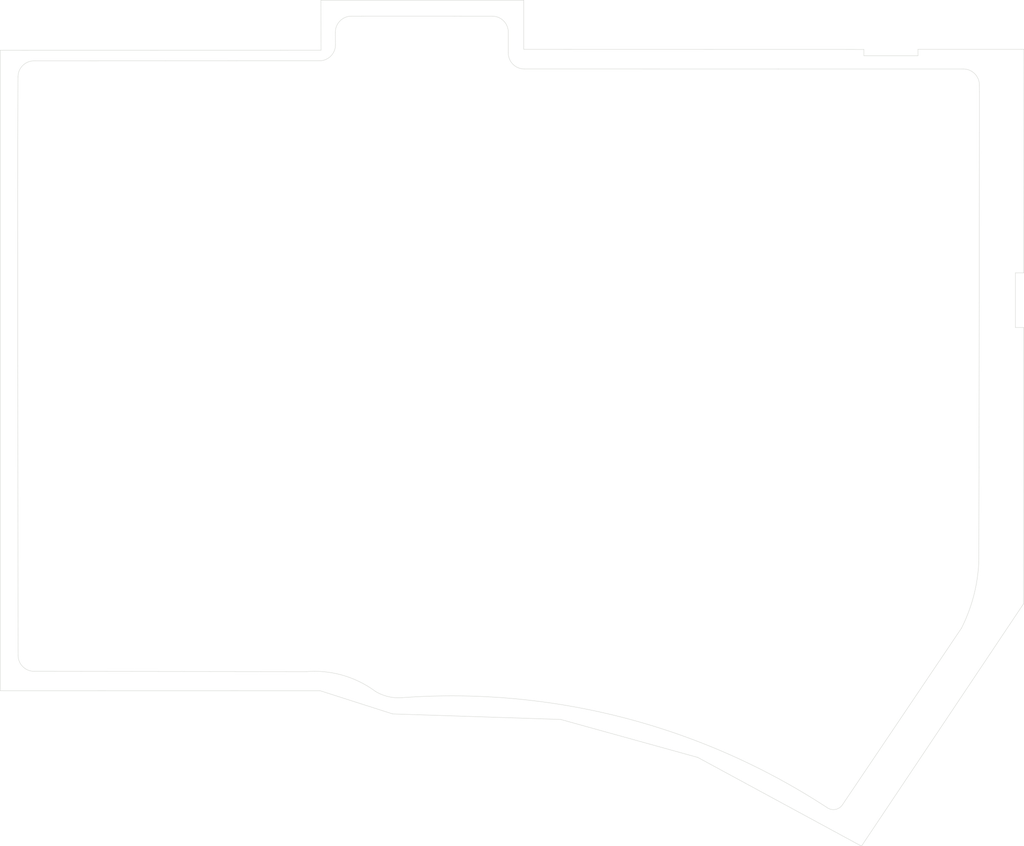
<source format=kicad_pcb>
(kicad_pcb (version 20211014) (generator pcbnew)

  (general
    (thickness 1.6)
  )

  (paper "A4")
  (layers
    (0 "F.Cu" signal)
    (31 "B.Cu" signal)
    (32 "B.Adhes" user "B.Adhesive")
    (33 "F.Adhes" user "F.Adhesive")
    (34 "B.Paste" user)
    (35 "F.Paste" user)
    (36 "B.SilkS" user "B.Silkscreen")
    (37 "F.SilkS" user "F.Silkscreen")
    (38 "B.Mask" user)
    (39 "F.Mask" user)
    (40 "Dwgs.User" user "User.Drawings")
    (41 "Cmts.User" user "User.Comments")
    (42 "Eco1.User" user "User.Eco1")
    (43 "Eco2.User" user "User.Eco2")
    (44 "Edge.Cuts" user)
    (45 "Margin" user)
    (46 "B.CrtYd" user "B.Courtyard")
    (47 "F.CrtYd" user "F.Courtyard")
    (48 "B.Fab" user)
    (49 "F.Fab" user)
    (50 "User.1" user)
    (51 "User.2" user)
    (52 "User.3" user)
    (53 "User.4" user)
    (54 "User.5" user)
    (55 "User.6" user)
    (56 "User.7" user)
    (57 "User.8" user)
    (58 "User.9" user)
  )

  (setup
    (pad_to_mask_clearance 0)
    (pcbplotparams
      (layerselection 0x00010fc_ffffffff)
      (disableapertmacros false)
      (usegerberextensions false)
      (usegerberattributes true)
      (usegerberadvancedattributes true)
      (creategerberjobfile true)
      (svguseinch false)
      (svgprecision 6)
      (excludeedgelayer true)
      (plotframeref false)
      (viasonmask false)
      (mode 1)
      (useauxorigin false)
      (hpglpennumber 1)
      (hpglpenspeed 20)
      (hpglpendiameter 15.000000)
      (dxfpolygonmode true)
      (dxfimperialunits true)
      (dxfusepcbnewfont true)
      (psnegative false)
      (psa4output false)
      (plotreference true)
      (plotvalue true)
      (plotinvisibletext false)
      (sketchpadsonfab false)
      (subtractmaskfromsilk false)
      (outputformat 1)
      (mirror false)
      (drillshape 1)
      (scaleselection 1)
      (outputdirectory "")
    )
  )

  (net 0 "")

  (gr_line (start 186.698786 131.28359) (end 187.565415 131.782798) (layer "Eco1.User") (width 0.05) (tstamp 29b19c85-d914-425d-865f-557b305203a4))
  (gr_line (start 138.193713 52.355122) (end 138.192209 54.94656) (layer "Edge.Cuts") (width 0.05) (tstamp 080d5fc8-6923-4214-a54e-f31fd4f1da2f))
  (gr_line (start 76.972104 57.935076) (end 76.92796 72.23084) (layer "Edge.Cuts") (width 0.05) (tstamp 154a082d-1a26-4fe1-bb8d-f011155ce43f))
  (gr_line (start 123.75 137.48) (end 144.73 138.17) (layer "Edge.Cuts") (width 0.05) (tstamp 1a1cf4ed-620c-4a5e-9439-6ca36ff617c2))
  (gr_arc (start 112.98796 132.20084) (mid 117.521924 132.654231) (end 121.60796 134.67084) (layer "Edge.Cuts") (width 0.05) (tstamp 23d79c15-f0ac-4256-a442-32f55e285bbe))
  (gr_line (start 114.61368 55.926591) (end 95.34796 55.93084) (layer "Edge.Cuts") (width 0.05) (tstamp 33935558-b737-4e76-b683-25561081708c))
  (gr_line (start 196.947645 118.465606) (end 196.973045 106.680139) (layer "Edge.Cuts") (width 0.05) (tstamp 359dc0b2-7d39-41f9-bb7a-5d348af39064))
  (gr_arc (start 78.982196 132.156696) (mid 77.567974 131.570826) (end 76.982209 130.15656) (layer "Edge.Cuts") (width 0.05) (tstamp 3810c583-a6c1-4d0c-8abf-6bcdcd937138))
  (gr_arc (start 195.017973 56.950704) (mid 196.432221 57.536559) (end 197.01796 58.95084) (layer "Edge.Cuts") (width 0.05) (tstamp 399704da-7ed0-4f66-9891-3538b1868cbf))
  (gr_arc (start 116.613816 53.926604) (mid 116.027955 55.340836) (end 114.61368 55.926591) (layer "Edge.Cuts") (width 0.05) (tstamp 3bb7c919-32b3-4036-b2f3-6b40fd613a63))
  (gr_line (start 202.55 89.23) (end 202.53 123.73) (layer "Edge.Cuts") (width 0.05) (tstamp 441d89fe-e76d-4457-9558-ecb1469dffd6))
  (gr_arc (start 124.92796 135.45084) (mid 123.20777 135.317032) (end 121.60796 134.67084) (layer "Edge.Cuts") (width 0.05) (tstamp 4a8836c2-095d-4b6f-afa8-a4a21f22ba5f))
  (gr_line (start 76.92796 72.23084) (end 76.982209 130.15656) (layer "Edge.Cuts") (width 0.05) (tstamp 4b6c9698-54a4-4f9c-96f5-92207d0a0b93))
  (gr_line (start 189.35 54.5) (end 202.29 54.5) (layer "Edge.Cuts") (width 0.05) (tstamp 4e8e72eb-16c3-4892-8821-865d67202d12))
  (gr_line (start 197.023045 64.890139) (end 197.023045 59.810139) (layer "Edge.Cuts") (width 0.05) (tstamp 4f8d99a4-6ba5-43fb-b4b0-953107ce7a3a))
  (gr_line (start 182.6 54.51) (end 140.12 54.5) (layer "Edge.Cuts") (width 0.05) (tstamp 5219eb40-4dac-4181-ac66-5530241d3003))
  (gr_arc (start 140.192196 56.946696) (mid 138.777974 56.360826) (end 138.192209 54.94656) (layer "Edge.Cuts") (width 0.05) (tstamp 562c623c-051e-4c6a-9a90-c3a185473237))
  (gr_line (start 202.58 54.5) (end 202.58 54.57) (layer "Edge.Cuts") (width 0.05) (tstamp 5789295e-203c-49d5-a8b4-a9f5cb656cbf))
  (gr_line (start 74.75 54.61) (end 74.75 134.59) (layer "Edge.Cuts") (width 0.05) (tstamp 607e5d5a-ff1d-47e4-9a2a-a020e604f76a))
  (gr_line (start 78.982196 132.156696) (end 112.98796 132.20084) (layer "Edge.Cuts") (width 0.05) (tstamp 611368ec-e264-4347-9726-b01288c3c339))
  (gr_arc (start 136.193726 50.354986) (mid 137.607981 50.940823) (end 138.193713 52.355122) (layer "Edge.Cuts") (width 0.05) (tstamp 627fb5f2-3cfb-4eda-8509-eb86480f7817))
  (gr_line (start 201.52 82.41) (end 201.52 89.23) (layer "Edge.Cuts") (width 0.05) (tstamp 65211896-7161-4340-84fd-80a4d54d1227))
  (gr_line (start 114.8 48.36) (end 114.81 54.6) (layer "Edge.Cuts") (width 0.05) (tstamp 6cf07ab6-c8d8-472c-b0e7-f182e67f414d))
  (gr_line (start 114.68 134.58) (end 123.75 137.48) (layer "Edge.Cuts") (width 0.05) (tstamp 708b31ac-7191-49ed-9cf8-28863596b283))
  (gr_line (start 182.6 55.29) (end 189.35 55.29) (layer "Edge.Cuts") (width 0.05) (tstamp 74aaf2c9-52cd-4fe5-a8b8-85d71158a008))
  (gr_line (start 182.295 153.99) (end 202.53 123.73) (layer "Edge.Cuts") (width 0.05) (tstamp 770a2959-747f-44ad-a488-1c465406c8a2))
  (gr_line (start 116.613816 53.926604) (end 116.602104 52.355076) (layer "Edge.Cuts") (width 0.05) (tstamp 821a3c9a-32d5-448e-a133-8b783f1d1e76))
  (gr_line (start 144.73 138.17) (end 161.86 142.915) (layer "Edge.Cuts") (width 0.05) (tstamp 8970eebb-d161-41d7-acf4-c3f2d50c68e6))
  (gr_line (start 120.15796 50.35084) (end 131.43796 50.35084) (layer "Edge.Cuts") (width 0.05) (tstamp 8ec5d8a8-fafa-427b-88ca-a8bc2f28c7b6))
  (gr_line (start 201.52 89.23) (end 202.55 89.23) (layer "Edge.Cuts") (width 0.05) (tstamp 93e6f92c-189e-480e-8133-05bdc99e058c))
  (gr_line (start 202.29 54.5) (end 202.58 54.5) (layer "Edge.Cuts") (width 0.05) (tstamp 9a998c39-fc03-4a59-945e-656f8c48bad1))
  (gr_line (start 182.6 54.51) (end 182.6 55.29) (layer "Edge.Cuts") (width 0.05) (tstamp 9d72d7b0-0703-4edf-a00e-3003321dcbca))
  (gr_line (start 118.60224 50.355089) (end 120.15796 50.35084) (layer "Edge.Cuts") (width 0.05) (tstamp a9301250-84a9-4d4c-90f1-ae1cba898d9e))
  (gr_arc (start 179.939638 148.793517) (mid 179.057951 149.400805) (end 178.009638 149.183517) (layer "Edge.Cuts") (width 0.05) (tstamp aaf01995-8013-46bb-b9b3-21f67a3ff6a4))
  (gr_line (start 197.01796 58.95084) (end 197.023045 59.810139) (layer "Edge.Cuts") (width 0.05) (tstamp acbd3844-d0ef-46df-84fc-65510985119b))
  (gr_arc (start 124.92796 135.45084) (mid 152.598352 137.951056) (end 178.009638 149.183517) (layer "Edge.Cuts") (width 0.05) (tstamp b0907b65-b7b1-483c-875c-22ddaaa90592))
  (gr_arc (start 116.602104 52.355076) (mid 117.187949 50.940829) (end 118.60224 50.355089) (layer "Edge.Cuts") (width 0.05) (tstamp b18a07da-2344-4c54-b8b0-ec568b5e46b4))
  (gr_line (start 74.75 134.59) (end 114.68 134.58) (layer "Edge.Cuts") (width 0.05) (tstamp b351ea92-48ed-4b72-978b-f5ca923507cf))
  (gr_line (start 197.023045 64.890139) (end 196.973045 101.600139) (layer "Edge.Cuts") (width 0.05) (tstamp b810ab66-367f-44e0-af9f-e59103707f0f))
  (gr_line (start 161.86 142.915) (end 182.295 153.99) (layer "Edge.Cuts") (width 0.05) (tstamp c3afbd47-5cbf-4086-a9bf-b284332ddac0))
  (gr_line (start 140.12 54.5) (end 140.12 48.36) (layer "Edge.Cuts") (width 0.05) (tstamp c5263923-4a0c-4f61-a9b4-511f41b4c56d))
  (gr_line (start 202.56 82.41) (end 201.52 82.41) (layer "Edge.Cuts") (width 0.05) (tstamp c90432d8-9e9e-45c9-801b-c98c76b50d85))
  (gr_line (start 179.939638 148.793517) (end 194.77796 126.78084) (layer "Edge.Cuts") (width 0.05) (tstamp d0f52b48-9e8a-4c73-adac-92d33d66528d))
  (gr_line (start 75.93 54.61) (end 74.75 54.61) (layer "Edge.Cuts") (width 0.05) (tstamp d3b45bb3-f995-4f92-a7e0-80b31c9670d9))
  (gr_line (start 189.35 55.29) (end 189.35 54.5) (layer "Edge.Cuts") (width 0.05) (tstamp d8a9c153-c2a7-41d0-87cd-2e0f825159ec))
  (gr_line (start 131.43796 50.35084) (end 136.193726 50.354986) (layer "Edge.Cuts") (width 0.05) (tstamp d935b9d9-b93c-4651-91a6-4455c5d1fedc))
  (gr_line (start 171.92796 56.95084) (end 195.017973 56.950704) (layer "Edge.Cuts") (width 0.05) (tstamp da4dcc8e-c34e-4168-acec-899c808063a9))
  (gr_line (start 114.81 54.6) (end 75.93 54.61) (layer "Edge.Cuts") (width 0.05) (tstamp da932942-f9e6-47ef-a8a9-518dca2d8845))
  (gr_arc (start 76.972104 57.935076) (mid 77.557961 56.52084) (end 78.97224 55.935089) (layer "Edge.Cuts") (width 0.05) (tstamp daf6c570-6de2-4328-8a0d-f3a3f0859516))
  (gr_line (start 95.34796 55.93084) (end 78.97224 55.935089) (layer "Edge.Cuts") (width 0.05) (tstamp e11fbaa9-79ad-4834-98f2-abe969baf845))
  (gr_line (start 140.12 48.36) (end 114.8 48.36) (layer "Edge.Cuts") (width 0.05) (tstamp ed3223c4-d25e-41e9-9a4b-c8ee285b3bfa))
  (gr_arc (start 196.947645 118.465606) (mid 196.306498 122.738996) (end 194.77796 126.78084) (layer "Edge.Cuts") (width 0.05) (tstamp f370ed11-aa63-4c80-9534-e22b5fd422d7))
  (gr_line (start 196.973045 101.600139) (end 196.973045 106.680139) (layer "Edge.Cuts") (width 0.05) (tstamp f3c6a36e-00e1-426e-a4fc-ff2c57bf3038))
  (gr_line (start 140.192196 56.946696) (end 171.92796 56.95084) (layer "Edge.Cuts") (width 0.05) (tstamp f43ab45c-13ae-424a-9265-f19be18fcaa8))
  (gr_line (start 202.56 82.41) (end 202.58 54.57) (layer "Edge.Cuts") (width 0.05) (tstamp fde139a6-49c1-41fb-a6e9-8f0aacd1237c))

)

</source>
